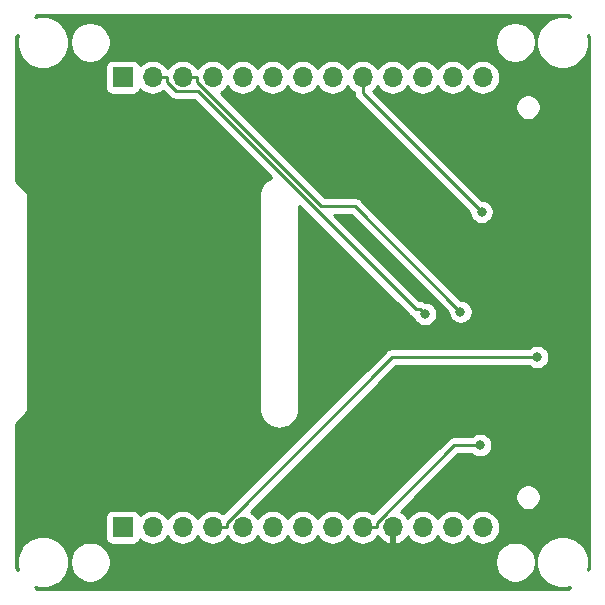
<source format=gbr>
G04 #@! TF.GenerationSoftware,KiCad,Pcbnew,5.1.2-f72e74a~84~ubuntu18.04.1*
G04 #@! TF.CreationDate,2019-07-12T15:11:00+09:00*
G04 #@! TF.ProjectId,bottom_pcb,626f7474-6f6d-45f7-9063-622e6b696361,rev?*
G04 #@! TF.SameCoordinates,Original*
G04 #@! TF.FileFunction,Copper,L1,Top*
G04 #@! TF.FilePolarity,Positive*
%FSLAX46Y46*%
G04 Gerber Fmt 4.6, Leading zero omitted, Abs format (unit mm)*
G04 Created by KiCad (PCBNEW 5.1.2-f72e74a~84~ubuntu18.04.1) date 2019-07-12 15:11:00*
%MOMM*%
%LPD*%
G04 APERTURE LIST*
%ADD10O,1.700000X1.700000*%
%ADD11R,1.700000X1.700000*%
%ADD12C,0.800000*%
%ADD13C,0.250000*%
%ADD14C,0.254000*%
G04 APERTURE END LIST*
D10*
X140230000Y-55950000D03*
X137690000Y-55950000D03*
X135150000Y-55950000D03*
X132610000Y-55950000D03*
X130070000Y-55950000D03*
X127530000Y-55950000D03*
X124990000Y-55950000D03*
X122450000Y-55950000D03*
X119910000Y-55950000D03*
X117370000Y-55950000D03*
X114830000Y-55950000D03*
X112290000Y-55950000D03*
D11*
X109750000Y-55950000D03*
D10*
X140230000Y-94050000D03*
X137690000Y-94050000D03*
X135150000Y-94050000D03*
X132610000Y-94050000D03*
X130070000Y-94050000D03*
X127530000Y-94050000D03*
X124990000Y-94050000D03*
X122450000Y-94050000D03*
X119910000Y-94050000D03*
X117370000Y-94050000D03*
X114830000Y-94050000D03*
X112290000Y-94050000D03*
D11*
X109750000Y-94050000D03*
D12*
X144688800Y-54743200D03*
X105398800Y-55123200D03*
X105448800Y-94733200D03*
X144367000Y-95075000D03*
X128138800Y-74633200D03*
X125498800Y-81643200D03*
X120488800Y-83973200D03*
X135338700Y-76000000D03*
X144829800Y-79641100D03*
X140012800Y-87112800D03*
X138337700Y-75809000D03*
X140131700Y-67358300D03*
D13*
X144688800Y-54743200D02*
X141688800Y-54743200D01*
X141688800Y-54743200D02*
X140218800Y-53273200D01*
X140218800Y-53273200D02*
X139818800Y-52873200D01*
X139818800Y-52873200D02*
X109868800Y-52873200D01*
X109868800Y-52873200D02*
X107618800Y-55123200D01*
X107618800Y-55123200D02*
X105398800Y-55123200D01*
X113465300Y-56317300D02*
X113465300Y-55950000D01*
X112290000Y-55950000D02*
X113465300Y-55950000D01*
X114273001Y-57125001D02*
X113465300Y-56317300D01*
X134562501Y-75600001D02*
X116087501Y-57125001D01*
X116087501Y-57125001D02*
X114273001Y-57125001D01*
X134938701Y-75600001D02*
X134562501Y-75600001D01*
X135338700Y-76000000D02*
X134938701Y-75600001D01*
X118545300Y-94050000D02*
X118545300Y-93682700D01*
X118545300Y-93682700D02*
X132586900Y-79641100D01*
X132586900Y-79641100D02*
X144829800Y-79641100D01*
X117370000Y-94050000D02*
X118545300Y-94050000D01*
X131245300Y-94050000D02*
X131245300Y-93682700D01*
X131245300Y-93682700D02*
X137815200Y-87112800D01*
X137815200Y-87112800D02*
X140012800Y-87112800D01*
X130070000Y-94050000D02*
X131245300Y-94050000D01*
X116005300Y-55950000D02*
X116005300Y-56317400D01*
X116005300Y-56317400D02*
X126540900Y-66853000D01*
X126540900Y-66853000D02*
X129381700Y-66853000D01*
X129381700Y-66853000D02*
X138337700Y-75809000D01*
X114830000Y-55950000D02*
X116005300Y-55950000D01*
X140131700Y-67358300D02*
X130070000Y-57296600D01*
X130070000Y-57296600D02*
X130070000Y-55950000D01*
D14*
G36*
X147645526Y-50849617D02*
G01*
X147220128Y-50765000D01*
X146779872Y-50765000D01*
X146348075Y-50850890D01*
X145941331Y-51019369D01*
X145575271Y-51263962D01*
X145263962Y-51575271D01*
X145019369Y-51941331D01*
X144850890Y-52348075D01*
X144765000Y-52779872D01*
X144765000Y-53220128D01*
X144850890Y-53651925D01*
X145019369Y-54058669D01*
X145263962Y-54424729D01*
X145575271Y-54736038D01*
X145941331Y-54980631D01*
X146348075Y-55149110D01*
X146779872Y-55235000D01*
X147220128Y-55235000D01*
X147651925Y-55149110D01*
X148058669Y-54980631D01*
X148424729Y-54736038D01*
X148736038Y-54424729D01*
X148980631Y-54058669D01*
X149149110Y-53651925D01*
X149235000Y-53220128D01*
X149235000Y-52779872D01*
X149150383Y-52354474D01*
X149265000Y-52469091D01*
X149265001Y-97530908D01*
X149150383Y-97645526D01*
X149235000Y-97220128D01*
X149235000Y-96779872D01*
X149149110Y-96348075D01*
X148980631Y-95941331D01*
X148736038Y-95575271D01*
X148424729Y-95263962D01*
X148058669Y-95019369D01*
X147651925Y-94850890D01*
X147220128Y-94765000D01*
X146779872Y-94765000D01*
X146348075Y-94850890D01*
X145941331Y-95019369D01*
X145575271Y-95263962D01*
X145263962Y-95575271D01*
X145019369Y-95941331D01*
X144850890Y-96348075D01*
X144765000Y-96779872D01*
X144765000Y-97220128D01*
X144850890Y-97651925D01*
X145019369Y-98058669D01*
X145263962Y-98424729D01*
X145575271Y-98736038D01*
X145941331Y-98980631D01*
X146348075Y-99149110D01*
X146779872Y-99235000D01*
X147220128Y-99235000D01*
X147645526Y-99150383D01*
X147505909Y-99290000D01*
X102494091Y-99290000D01*
X102354474Y-99150383D01*
X102779872Y-99235000D01*
X103220128Y-99235000D01*
X103651925Y-99149110D01*
X104058669Y-98980631D01*
X104424729Y-98736038D01*
X104736038Y-98424729D01*
X104980631Y-98058669D01*
X105149110Y-97651925D01*
X105235000Y-97220128D01*
X105235000Y-96829117D01*
X105265000Y-96829117D01*
X105265000Y-97170883D01*
X105331675Y-97506081D01*
X105462463Y-97821831D01*
X105652337Y-98105998D01*
X105894002Y-98347663D01*
X106178169Y-98537537D01*
X106493919Y-98668325D01*
X106829117Y-98735000D01*
X107170883Y-98735000D01*
X107506081Y-98668325D01*
X107821831Y-98537537D01*
X108105998Y-98347663D01*
X108347663Y-98105998D01*
X108537537Y-97821831D01*
X108668325Y-97506081D01*
X108735000Y-97170883D01*
X108735000Y-96829117D01*
X141265000Y-96829117D01*
X141265000Y-97170883D01*
X141331675Y-97506081D01*
X141462463Y-97821831D01*
X141652337Y-98105998D01*
X141894002Y-98347663D01*
X142178169Y-98537537D01*
X142493919Y-98668325D01*
X142829117Y-98735000D01*
X143170883Y-98735000D01*
X143506081Y-98668325D01*
X143821831Y-98537537D01*
X144105998Y-98347663D01*
X144347663Y-98105998D01*
X144537537Y-97821831D01*
X144668325Y-97506081D01*
X144735000Y-97170883D01*
X144735000Y-96829117D01*
X144668325Y-96493919D01*
X144537537Y-96178169D01*
X144347663Y-95894002D01*
X144105998Y-95652337D01*
X143821831Y-95462463D01*
X143506081Y-95331675D01*
X143170883Y-95265000D01*
X142829117Y-95265000D01*
X142493919Y-95331675D01*
X142178169Y-95462463D01*
X141894002Y-95652337D01*
X141652337Y-95894002D01*
X141462463Y-96178169D01*
X141331675Y-96493919D01*
X141265000Y-96829117D01*
X108735000Y-96829117D01*
X108668325Y-96493919D01*
X108537537Y-96178169D01*
X108347663Y-95894002D01*
X108105998Y-95652337D01*
X107821831Y-95462463D01*
X107506081Y-95331675D01*
X107170883Y-95265000D01*
X106829117Y-95265000D01*
X106493919Y-95331675D01*
X106178169Y-95462463D01*
X105894002Y-95652337D01*
X105652337Y-95894002D01*
X105462463Y-96178169D01*
X105331675Y-96493919D01*
X105265000Y-96829117D01*
X105235000Y-96829117D01*
X105235000Y-96779872D01*
X105149110Y-96348075D01*
X104980631Y-95941331D01*
X104736038Y-95575271D01*
X104424729Y-95263962D01*
X104058669Y-95019369D01*
X103651925Y-94850890D01*
X103220128Y-94765000D01*
X102779872Y-94765000D01*
X102348075Y-94850890D01*
X101941331Y-95019369D01*
X101575271Y-95263962D01*
X101263962Y-95575271D01*
X101019369Y-95941331D01*
X100850890Y-96348075D01*
X100765000Y-96779872D01*
X100765000Y-97220128D01*
X100849617Y-97645526D01*
X100710000Y-97505909D01*
X100710000Y-93200000D01*
X108261928Y-93200000D01*
X108261928Y-94900000D01*
X108274188Y-95024482D01*
X108310498Y-95144180D01*
X108369463Y-95254494D01*
X108448815Y-95351185D01*
X108545506Y-95430537D01*
X108655820Y-95489502D01*
X108775518Y-95525812D01*
X108900000Y-95538072D01*
X110600000Y-95538072D01*
X110724482Y-95525812D01*
X110844180Y-95489502D01*
X110954494Y-95430537D01*
X111051185Y-95351185D01*
X111130537Y-95254494D01*
X111189502Y-95144180D01*
X111210393Y-95075313D01*
X111234866Y-95105134D01*
X111460986Y-95290706D01*
X111718966Y-95428599D01*
X111998889Y-95513513D01*
X112217050Y-95535000D01*
X112362950Y-95535000D01*
X112581111Y-95513513D01*
X112861034Y-95428599D01*
X113119014Y-95290706D01*
X113345134Y-95105134D01*
X113530706Y-94879014D01*
X113560000Y-94824209D01*
X113589294Y-94879014D01*
X113774866Y-95105134D01*
X114000986Y-95290706D01*
X114258966Y-95428599D01*
X114538889Y-95513513D01*
X114757050Y-95535000D01*
X114902950Y-95535000D01*
X115121111Y-95513513D01*
X115401034Y-95428599D01*
X115659014Y-95290706D01*
X115885134Y-95105134D01*
X116070706Y-94879014D01*
X116100000Y-94824209D01*
X116129294Y-94879014D01*
X116314866Y-95105134D01*
X116540986Y-95290706D01*
X116798966Y-95428599D01*
X117078889Y-95513513D01*
X117297050Y-95535000D01*
X117442950Y-95535000D01*
X117661111Y-95513513D01*
X117941034Y-95428599D01*
X118199014Y-95290706D01*
X118425134Y-95105134D01*
X118610706Y-94879014D01*
X118640000Y-94824209D01*
X118669294Y-94879014D01*
X118854866Y-95105134D01*
X119080986Y-95290706D01*
X119338966Y-95428599D01*
X119618889Y-95513513D01*
X119837050Y-95535000D01*
X119982950Y-95535000D01*
X120201111Y-95513513D01*
X120481034Y-95428599D01*
X120739014Y-95290706D01*
X120965134Y-95105134D01*
X121150706Y-94879014D01*
X121180000Y-94824209D01*
X121209294Y-94879014D01*
X121394866Y-95105134D01*
X121620986Y-95290706D01*
X121878966Y-95428599D01*
X122158889Y-95513513D01*
X122377050Y-95535000D01*
X122522950Y-95535000D01*
X122741111Y-95513513D01*
X123021034Y-95428599D01*
X123279014Y-95290706D01*
X123505134Y-95105134D01*
X123690706Y-94879014D01*
X123720000Y-94824209D01*
X123749294Y-94879014D01*
X123934866Y-95105134D01*
X124160986Y-95290706D01*
X124418966Y-95428599D01*
X124698889Y-95513513D01*
X124917050Y-95535000D01*
X125062950Y-95535000D01*
X125281111Y-95513513D01*
X125561034Y-95428599D01*
X125819014Y-95290706D01*
X126045134Y-95105134D01*
X126230706Y-94879014D01*
X126260000Y-94824209D01*
X126289294Y-94879014D01*
X126474866Y-95105134D01*
X126700986Y-95290706D01*
X126958966Y-95428599D01*
X127238889Y-95513513D01*
X127457050Y-95535000D01*
X127602950Y-95535000D01*
X127821111Y-95513513D01*
X128101034Y-95428599D01*
X128359014Y-95290706D01*
X128585134Y-95105134D01*
X128770706Y-94879014D01*
X128800000Y-94824209D01*
X128829294Y-94879014D01*
X129014866Y-95105134D01*
X129240986Y-95290706D01*
X129498966Y-95428599D01*
X129778889Y-95513513D01*
X129997050Y-95535000D01*
X130142950Y-95535000D01*
X130361111Y-95513513D01*
X130641034Y-95428599D01*
X130899014Y-95290706D01*
X131125134Y-95105134D01*
X131310706Y-94879014D01*
X131345201Y-94814477D01*
X131414822Y-94931355D01*
X131609731Y-95147588D01*
X131843080Y-95321641D01*
X132105901Y-95446825D01*
X132253110Y-95491476D01*
X132483000Y-95370155D01*
X132483000Y-94177000D01*
X132463000Y-94177000D01*
X132463000Y-93923000D01*
X132483000Y-93923000D01*
X132483000Y-93903000D01*
X132737000Y-93903000D01*
X132737000Y-93923000D01*
X132757000Y-93923000D01*
X132757000Y-94177000D01*
X132737000Y-94177000D01*
X132737000Y-95370155D01*
X132966890Y-95491476D01*
X133114099Y-95446825D01*
X133376920Y-95321641D01*
X133610269Y-95147588D01*
X133805178Y-94931355D01*
X133874799Y-94814477D01*
X133909294Y-94879014D01*
X134094866Y-95105134D01*
X134320986Y-95290706D01*
X134578966Y-95428599D01*
X134858889Y-95513513D01*
X135077050Y-95535000D01*
X135222950Y-95535000D01*
X135441111Y-95513513D01*
X135721034Y-95428599D01*
X135979014Y-95290706D01*
X136205134Y-95105134D01*
X136390706Y-94879014D01*
X136420000Y-94824209D01*
X136449294Y-94879014D01*
X136634866Y-95105134D01*
X136860986Y-95290706D01*
X137118966Y-95428599D01*
X137398889Y-95513513D01*
X137617050Y-95535000D01*
X137762950Y-95535000D01*
X137981111Y-95513513D01*
X138261034Y-95428599D01*
X138519014Y-95290706D01*
X138745134Y-95105134D01*
X138930706Y-94879014D01*
X138960000Y-94824209D01*
X138989294Y-94879014D01*
X139174866Y-95105134D01*
X139400986Y-95290706D01*
X139658966Y-95428599D01*
X139938889Y-95513513D01*
X140157050Y-95535000D01*
X140302950Y-95535000D01*
X140521111Y-95513513D01*
X140801034Y-95428599D01*
X141059014Y-95290706D01*
X141285134Y-95105134D01*
X141470706Y-94879014D01*
X141608599Y-94621034D01*
X141693513Y-94341111D01*
X141722185Y-94050000D01*
X141693513Y-93758889D01*
X141608599Y-93478966D01*
X141470706Y-93220986D01*
X141285134Y-92994866D01*
X141059014Y-92809294D01*
X140801034Y-92671401D01*
X140521111Y-92586487D01*
X140302950Y-92565000D01*
X140157050Y-92565000D01*
X139938889Y-92586487D01*
X139658966Y-92671401D01*
X139400986Y-92809294D01*
X139174866Y-92994866D01*
X138989294Y-93220986D01*
X138960000Y-93275791D01*
X138930706Y-93220986D01*
X138745134Y-92994866D01*
X138519014Y-92809294D01*
X138261034Y-92671401D01*
X137981111Y-92586487D01*
X137762950Y-92565000D01*
X137617050Y-92565000D01*
X137398889Y-92586487D01*
X137118966Y-92671401D01*
X136860986Y-92809294D01*
X136634866Y-92994866D01*
X136449294Y-93220986D01*
X136420000Y-93275791D01*
X136390706Y-93220986D01*
X136205134Y-92994866D01*
X135979014Y-92809294D01*
X135721034Y-92671401D01*
X135441111Y-92586487D01*
X135222950Y-92565000D01*
X135077050Y-92565000D01*
X134858889Y-92586487D01*
X134578966Y-92671401D01*
X134320986Y-92809294D01*
X134094866Y-92994866D01*
X133909294Y-93220986D01*
X133874799Y-93285523D01*
X133805178Y-93168645D01*
X133610269Y-92952412D01*
X133376920Y-92778359D01*
X133273637Y-92729164D01*
X134599664Y-91403137D01*
X142989000Y-91403137D01*
X142989000Y-91616863D01*
X143030696Y-91826483D01*
X143112485Y-92023940D01*
X143231225Y-92201647D01*
X143382353Y-92352775D01*
X143560060Y-92471515D01*
X143757517Y-92553304D01*
X143967137Y-92595000D01*
X144180863Y-92595000D01*
X144390483Y-92553304D01*
X144587940Y-92471515D01*
X144765647Y-92352775D01*
X144916775Y-92201647D01*
X145035515Y-92023940D01*
X145117304Y-91826483D01*
X145159000Y-91616863D01*
X145159000Y-91403137D01*
X145117304Y-91193517D01*
X145035515Y-90996060D01*
X144916775Y-90818353D01*
X144765647Y-90667225D01*
X144587940Y-90548485D01*
X144390483Y-90466696D01*
X144180863Y-90425000D01*
X143967137Y-90425000D01*
X143757517Y-90466696D01*
X143560060Y-90548485D01*
X143382353Y-90667225D01*
X143231225Y-90818353D01*
X143112485Y-90996060D01*
X143030696Y-91193517D01*
X142989000Y-91403137D01*
X134599664Y-91403137D01*
X138130002Y-87872800D01*
X139309089Y-87872800D01*
X139353026Y-87916737D01*
X139522544Y-88030005D01*
X139710902Y-88108026D01*
X139910861Y-88147800D01*
X140114739Y-88147800D01*
X140314698Y-88108026D01*
X140503056Y-88030005D01*
X140672574Y-87916737D01*
X140816737Y-87772574D01*
X140930005Y-87603056D01*
X141008026Y-87414698D01*
X141047800Y-87214739D01*
X141047800Y-87010861D01*
X141008026Y-86810902D01*
X140930005Y-86622544D01*
X140816737Y-86453026D01*
X140672574Y-86308863D01*
X140503056Y-86195595D01*
X140314698Y-86117574D01*
X140114739Y-86077800D01*
X139910861Y-86077800D01*
X139710902Y-86117574D01*
X139522544Y-86195595D01*
X139353026Y-86308863D01*
X139309089Y-86352800D01*
X137852525Y-86352800D01*
X137815200Y-86349124D01*
X137777875Y-86352800D01*
X137777867Y-86352800D01*
X137666214Y-86363797D01*
X137522953Y-86407254D01*
X137390924Y-86477826D01*
X137275199Y-86572799D01*
X137251401Y-86601797D01*
X130978595Y-92874604D01*
X130899014Y-92809294D01*
X130641034Y-92671401D01*
X130361111Y-92586487D01*
X130142950Y-92565000D01*
X129997050Y-92565000D01*
X129778889Y-92586487D01*
X129498966Y-92671401D01*
X129240986Y-92809294D01*
X129014866Y-92994866D01*
X128829294Y-93220986D01*
X128800000Y-93275791D01*
X128770706Y-93220986D01*
X128585134Y-92994866D01*
X128359014Y-92809294D01*
X128101034Y-92671401D01*
X127821111Y-92586487D01*
X127602950Y-92565000D01*
X127457050Y-92565000D01*
X127238889Y-92586487D01*
X126958966Y-92671401D01*
X126700986Y-92809294D01*
X126474866Y-92994866D01*
X126289294Y-93220986D01*
X126260000Y-93275791D01*
X126230706Y-93220986D01*
X126045134Y-92994866D01*
X125819014Y-92809294D01*
X125561034Y-92671401D01*
X125281111Y-92586487D01*
X125062950Y-92565000D01*
X124917050Y-92565000D01*
X124698889Y-92586487D01*
X124418966Y-92671401D01*
X124160986Y-92809294D01*
X123934866Y-92994866D01*
X123749294Y-93220986D01*
X123720000Y-93275791D01*
X123690706Y-93220986D01*
X123505134Y-92994866D01*
X123279014Y-92809294D01*
X123021034Y-92671401D01*
X122741111Y-92586487D01*
X122522950Y-92565000D01*
X122377050Y-92565000D01*
X122158889Y-92586487D01*
X121878966Y-92671401D01*
X121620986Y-92809294D01*
X121394866Y-92994866D01*
X121209294Y-93220986D01*
X121180000Y-93275791D01*
X121150706Y-93220986D01*
X120965134Y-92994866D01*
X120739014Y-92809294D01*
X120579024Y-92723777D01*
X132901702Y-80401100D01*
X144126089Y-80401100D01*
X144170026Y-80445037D01*
X144339544Y-80558305D01*
X144527902Y-80636326D01*
X144727861Y-80676100D01*
X144931739Y-80676100D01*
X145131698Y-80636326D01*
X145320056Y-80558305D01*
X145489574Y-80445037D01*
X145633737Y-80300874D01*
X145747005Y-80131356D01*
X145825026Y-79942998D01*
X145864800Y-79743039D01*
X145864800Y-79539161D01*
X145825026Y-79339202D01*
X145747005Y-79150844D01*
X145633737Y-78981326D01*
X145489574Y-78837163D01*
X145320056Y-78723895D01*
X145131698Y-78645874D01*
X144931739Y-78606100D01*
X144727861Y-78606100D01*
X144527902Y-78645874D01*
X144339544Y-78723895D01*
X144170026Y-78837163D01*
X144126089Y-78881100D01*
X132624222Y-78881100D01*
X132586899Y-78877424D01*
X132549576Y-78881100D01*
X132549567Y-78881100D01*
X132437914Y-78892097D01*
X132294653Y-78935554D01*
X132162623Y-79006126D01*
X132078983Y-79074768D01*
X132046899Y-79101099D01*
X132023101Y-79130097D01*
X118278595Y-92874604D01*
X118199014Y-92809294D01*
X117941034Y-92671401D01*
X117661111Y-92586487D01*
X117442950Y-92565000D01*
X117297050Y-92565000D01*
X117078889Y-92586487D01*
X116798966Y-92671401D01*
X116540986Y-92809294D01*
X116314866Y-92994866D01*
X116129294Y-93220986D01*
X116100000Y-93275791D01*
X116070706Y-93220986D01*
X115885134Y-92994866D01*
X115659014Y-92809294D01*
X115401034Y-92671401D01*
X115121111Y-92586487D01*
X114902950Y-92565000D01*
X114757050Y-92565000D01*
X114538889Y-92586487D01*
X114258966Y-92671401D01*
X114000986Y-92809294D01*
X113774866Y-92994866D01*
X113589294Y-93220986D01*
X113560000Y-93275791D01*
X113530706Y-93220986D01*
X113345134Y-92994866D01*
X113119014Y-92809294D01*
X112861034Y-92671401D01*
X112581111Y-92586487D01*
X112362950Y-92565000D01*
X112217050Y-92565000D01*
X111998889Y-92586487D01*
X111718966Y-92671401D01*
X111460986Y-92809294D01*
X111234866Y-92994866D01*
X111210393Y-93024687D01*
X111189502Y-92955820D01*
X111130537Y-92845506D01*
X111051185Y-92748815D01*
X110954494Y-92669463D01*
X110844180Y-92610498D01*
X110724482Y-92574188D01*
X110600000Y-92561928D01*
X108900000Y-92561928D01*
X108775518Y-92574188D01*
X108655820Y-92610498D01*
X108545506Y-92669463D01*
X108448815Y-92748815D01*
X108369463Y-92845506D01*
X108310498Y-92955820D01*
X108274188Y-93075518D01*
X108261928Y-93200000D01*
X100710000Y-93200000D01*
X100710000Y-85294091D01*
X101477379Y-84526712D01*
X101504475Y-84504475D01*
X101593200Y-84396363D01*
X101659128Y-84273020D01*
X101662011Y-84263517D01*
X101699727Y-84139185D01*
X101713435Y-84000000D01*
X101710000Y-83965123D01*
X101710000Y-66034877D01*
X101713435Y-66000000D01*
X101699727Y-65860815D01*
X101659128Y-65726980D01*
X101643299Y-65697366D01*
X101593200Y-65603637D01*
X101504474Y-65495525D01*
X101477383Y-65473292D01*
X100710000Y-64705909D01*
X100710000Y-52494091D01*
X100849617Y-52354474D01*
X100765000Y-52779872D01*
X100765000Y-53220128D01*
X100850890Y-53651925D01*
X101019369Y-54058669D01*
X101263962Y-54424729D01*
X101575271Y-54736038D01*
X101941331Y-54980631D01*
X102348075Y-55149110D01*
X102779872Y-55235000D01*
X103220128Y-55235000D01*
X103651925Y-55149110D01*
X103770486Y-55100000D01*
X108261928Y-55100000D01*
X108261928Y-56800000D01*
X108274188Y-56924482D01*
X108310498Y-57044180D01*
X108369463Y-57154494D01*
X108448815Y-57251185D01*
X108545506Y-57330537D01*
X108655820Y-57389502D01*
X108775518Y-57425812D01*
X108900000Y-57438072D01*
X110600000Y-57438072D01*
X110724482Y-57425812D01*
X110844180Y-57389502D01*
X110954494Y-57330537D01*
X111051185Y-57251185D01*
X111130537Y-57154494D01*
X111189502Y-57044180D01*
X111210393Y-56975313D01*
X111234866Y-57005134D01*
X111460986Y-57190706D01*
X111718966Y-57328599D01*
X111998889Y-57413513D01*
X112217050Y-57435000D01*
X112362950Y-57435000D01*
X112581111Y-57413513D01*
X112861034Y-57328599D01*
X113119014Y-57190706D01*
X113198595Y-57125396D01*
X113709202Y-57636003D01*
X113733000Y-57665002D01*
X113848725Y-57759975D01*
X113980754Y-57830547D01*
X114124015Y-57874004D01*
X114235668Y-57885001D01*
X114235676Y-57885001D01*
X114273001Y-57888677D01*
X114310326Y-57885001D01*
X115772700Y-57885001D01*
X122321355Y-64433656D01*
X122283545Y-64448932D01*
X122274792Y-64453586D01*
X122103115Y-64546411D01*
X122049787Y-64582381D01*
X121995917Y-64617633D01*
X121988235Y-64623899D01*
X121837857Y-64748302D01*
X121792520Y-64793957D01*
X121746537Y-64838987D01*
X121740218Y-64846625D01*
X121616868Y-64997867D01*
X121581266Y-65051454D01*
X121544901Y-65104563D01*
X121540186Y-65113284D01*
X121448561Y-65285606D01*
X121424049Y-65345076D01*
X121398688Y-65404248D01*
X121395757Y-65413718D01*
X121339348Y-65600554D01*
X121326848Y-65663684D01*
X121313470Y-65726623D01*
X121312434Y-65736482D01*
X121293417Y-65930434D01*
X121290000Y-65965124D01*
X121290001Y-84034877D01*
X121293485Y-84070252D01*
X121293485Y-84083246D01*
X121294522Y-84093105D01*
X121316277Y-84287055D01*
X121329653Y-84349984D01*
X121342156Y-84413127D01*
X121345087Y-84422597D01*
X121404101Y-84608627D01*
X121429416Y-84667690D01*
X121453972Y-84727268D01*
X121458688Y-84735988D01*
X121552710Y-84907013D01*
X121589060Y-84960100D01*
X121624676Y-85013707D01*
X121630995Y-85021345D01*
X121756445Y-85170851D01*
X121802392Y-85215846D01*
X121847767Y-85261539D01*
X121855449Y-85267804D01*
X122007549Y-85390095D01*
X122061385Y-85425324D01*
X122114742Y-85461314D01*
X122123495Y-85465967D01*
X122123498Y-85465969D01*
X122123502Y-85465970D01*
X122296450Y-85556387D01*
X122356081Y-85580480D01*
X122415442Y-85605433D01*
X122424933Y-85608298D01*
X122612158Y-85663400D01*
X122675323Y-85675449D01*
X122738401Y-85688398D01*
X122748267Y-85689365D01*
X122942629Y-85707054D01*
X123006981Y-85706605D01*
X123071332Y-85707054D01*
X123081187Y-85706087D01*
X123081193Y-85706087D01*
X123081198Y-85706086D01*
X123275295Y-85685685D01*
X123338310Y-85672750D01*
X123401540Y-85660688D01*
X123411030Y-85657823D01*
X123597468Y-85600111D01*
X123656797Y-85575171D01*
X123716455Y-85551068D01*
X123725208Y-85546414D01*
X123896885Y-85453589D01*
X123950198Y-85417629D01*
X124004083Y-85382367D01*
X124011765Y-85376102D01*
X124162143Y-85251698D01*
X124207480Y-85206043D01*
X124253463Y-85161013D01*
X124259782Y-85153375D01*
X124383132Y-85002133D01*
X124418757Y-84948513D01*
X124455099Y-84895436D01*
X124459814Y-84886716D01*
X124551439Y-84714394D01*
X124575951Y-84654924D01*
X124601312Y-84595752D01*
X124604243Y-84586282D01*
X124660652Y-84399446D01*
X124673152Y-84336316D01*
X124686530Y-84273377D01*
X124687566Y-84263519D01*
X124706611Y-84069285D01*
X124710000Y-84034877D01*
X124710000Y-66822301D01*
X133998701Y-76111003D01*
X134022500Y-76140002D01*
X134051498Y-76163800D01*
X134138225Y-76234975D01*
X134270254Y-76305547D01*
X134355725Y-76331474D01*
X134421495Y-76490256D01*
X134534763Y-76659774D01*
X134678926Y-76803937D01*
X134848444Y-76917205D01*
X135036802Y-76995226D01*
X135236761Y-77035000D01*
X135440639Y-77035000D01*
X135640598Y-76995226D01*
X135828956Y-76917205D01*
X135998474Y-76803937D01*
X136142637Y-76659774D01*
X136255905Y-76490256D01*
X136333926Y-76301898D01*
X136373700Y-76101939D01*
X136373700Y-75898061D01*
X136333926Y-75698102D01*
X136255905Y-75509744D01*
X136142637Y-75340226D01*
X135998474Y-75196063D01*
X135828956Y-75082795D01*
X135640598Y-75004774D01*
X135440639Y-74965000D01*
X135362926Y-74965000D01*
X135230948Y-74894455D01*
X135087687Y-74850998D01*
X134976034Y-74840001D01*
X134976023Y-74840001D01*
X134938701Y-74836325D01*
X134901379Y-74840001D01*
X134877303Y-74840001D01*
X127650302Y-67613000D01*
X129066899Y-67613000D01*
X137302700Y-75848802D01*
X137302700Y-75910939D01*
X137342474Y-76110898D01*
X137420495Y-76299256D01*
X137533763Y-76468774D01*
X137677926Y-76612937D01*
X137847444Y-76726205D01*
X138035802Y-76804226D01*
X138235761Y-76844000D01*
X138439639Y-76844000D01*
X138639598Y-76804226D01*
X138827956Y-76726205D01*
X138997474Y-76612937D01*
X139141637Y-76468774D01*
X139254905Y-76299256D01*
X139332926Y-76110898D01*
X139372700Y-75910939D01*
X139372700Y-75707061D01*
X139332926Y-75507102D01*
X139254905Y-75318744D01*
X139141637Y-75149226D01*
X138997474Y-75005063D01*
X138827956Y-74891795D01*
X138639598Y-74813774D01*
X138439639Y-74774000D01*
X138377502Y-74774000D01*
X129945504Y-66342003D01*
X129921701Y-66312999D01*
X129805976Y-66218026D01*
X129673947Y-66147454D01*
X129530686Y-66103997D01*
X129419033Y-66093000D01*
X129419022Y-66093000D01*
X129381700Y-66089324D01*
X129344378Y-66093000D01*
X126855703Y-66093000D01*
X118038959Y-57276257D01*
X118199014Y-57190706D01*
X118425134Y-57005134D01*
X118610706Y-56779014D01*
X118640000Y-56724209D01*
X118669294Y-56779014D01*
X118854866Y-57005134D01*
X119080986Y-57190706D01*
X119338966Y-57328599D01*
X119618889Y-57413513D01*
X119837050Y-57435000D01*
X119982950Y-57435000D01*
X120201111Y-57413513D01*
X120481034Y-57328599D01*
X120739014Y-57190706D01*
X120965134Y-57005134D01*
X121150706Y-56779014D01*
X121180000Y-56724209D01*
X121209294Y-56779014D01*
X121394866Y-57005134D01*
X121620986Y-57190706D01*
X121878966Y-57328599D01*
X122158889Y-57413513D01*
X122377050Y-57435000D01*
X122522950Y-57435000D01*
X122741111Y-57413513D01*
X123021034Y-57328599D01*
X123279014Y-57190706D01*
X123505134Y-57005134D01*
X123690706Y-56779014D01*
X123720000Y-56724209D01*
X123749294Y-56779014D01*
X123934866Y-57005134D01*
X124160986Y-57190706D01*
X124418966Y-57328599D01*
X124698889Y-57413513D01*
X124917050Y-57435000D01*
X125062950Y-57435000D01*
X125281111Y-57413513D01*
X125561034Y-57328599D01*
X125819014Y-57190706D01*
X126045134Y-57005134D01*
X126230706Y-56779014D01*
X126260000Y-56724209D01*
X126289294Y-56779014D01*
X126474866Y-57005134D01*
X126700986Y-57190706D01*
X126958966Y-57328599D01*
X127238889Y-57413513D01*
X127457050Y-57435000D01*
X127602950Y-57435000D01*
X127821111Y-57413513D01*
X128101034Y-57328599D01*
X128359014Y-57190706D01*
X128585134Y-57005134D01*
X128770706Y-56779014D01*
X128800000Y-56724209D01*
X128829294Y-56779014D01*
X129014866Y-57005134D01*
X129240986Y-57190706D01*
X129310000Y-57227595D01*
X129310000Y-57259277D01*
X129306324Y-57296600D01*
X129310000Y-57333922D01*
X129310000Y-57333932D01*
X129320997Y-57445585D01*
X129346144Y-57528485D01*
X129364454Y-57588846D01*
X129435026Y-57720876D01*
X129467114Y-57759975D01*
X129529999Y-57836601D01*
X129559003Y-57860404D01*
X139096700Y-67398102D01*
X139096700Y-67460239D01*
X139136474Y-67660198D01*
X139214495Y-67848556D01*
X139327763Y-68018074D01*
X139471926Y-68162237D01*
X139641444Y-68275505D01*
X139829802Y-68353526D01*
X140029761Y-68393300D01*
X140233639Y-68393300D01*
X140433598Y-68353526D01*
X140621956Y-68275505D01*
X140791474Y-68162237D01*
X140935637Y-68018074D01*
X141048905Y-67848556D01*
X141126926Y-67660198D01*
X141166700Y-67460239D01*
X141166700Y-67256361D01*
X141126926Y-67056402D01*
X141048905Y-66868044D01*
X140935637Y-66698526D01*
X140791474Y-66554363D01*
X140621956Y-66441095D01*
X140433598Y-66363074D01*
X140233639Y-66323300D01*
X140171502Y-66323300D01*
X132231339Y-58383137D01*
X142989000Y-58383137D01*
X142989000Y-58596863D01*
X143030696Y-58806483D01*
X143112485Y-59003940D01*
X143231225Y-59181647D01*
X143382353Y-59332775D01*
X143560060Y-59451515D01*
X143757517Y-59533304D01*
X143967137Y-59575000D01*
X144180863Y-59575000D01*
X144390483Y-59533304D01*
X144587940Y-59451515D01*
X144765647Y-59332775D01*
X144916775Y-59181647D01*
X145035515Y-59003940D01*
X145117304Y-58806483D01*
X145159000Y-58596863D01*
X145159000Y-58383137D01*
X145117304Y-58173517D01*
X145035515Y-57976060D01*
X144916775Y-57798353D01*
X144765647Y-57647225D01*
X144587940Y-57528485D01*
X144390483Y-57446696D01*
X144180863Y-57405000D01*
X143967137Y-57405000D01*
X143757517Y-57446696D01*
X143560060Y-57528485D01*
X143382353Y-57647225D01*
X143231225Y-57798353D01*
X143112485Y-57976060D01*
X143030696Y-58173517D01*
X142989000Y-58383137D01*
X132231339Y-58383137D01*
X130975850Y-57127649D01*
X131125134Y-57005134D01*
X131310706Y-56779014D01*
X131340000Y-56724209D01*
X131369294Y-56779014D01*
X131554866Y-57005134D01*
X131780986Y-57190706D01*
X132038966Y-57328599D01*
X132318889Y-57413513D01*
X132537050Y-57435000D01*
X132682950Y-57435000D01*
X132901111Y-57413513D01*
X133181034Y-57328599D01*
X133439014Y-57190706D01*
X133665134Y-57005134D01*
X133850706Y-56779014D01*
X133880000Y-56724209D01*
X133909294Y-56779014D01*
X134094866Y-57005134D01*
X134320986Y-57190706D01*
X134578966Y-57328599D01*
X134858889Y-57413513D01*
X135077050Y-57435000D01*
X135222950Y-57435000D01*
X135441111Y-57413513D01*
X135721034Y-57328599D01*
X135979014Y-57190706D01*
X136205134Y-57005134D01*
X136390706Y-56779014D01*
X136420000Y-56724209D01*
X136449294Y-56779014D01*
X136634866Y-57005134D01*
X136860986Y-57190706D01*
X137118966Y-57328599D01*
X137398889Y-57413513D01*
X137617050Y-57435000D01*
X137762950Y-57435000D01*
X137981111Y-57413513D01*
X138261034Y-57328599D01*
X138519014Y-57190706D01*
X138745134Y-57005134D01*
X138930706Y-56779014D01*
X138960000Y-56724209D01*
X138989294Y-56779014D01*
X139174866Y-57005134D01*
X139400986Y-57190706D01*
X139658966Y-57328599D01*
X139938889Y-57413513D01*
X140157050Y-57435000D01*
X140302950Y-57435000D01*
X140521111Y-57413513D01*
X140801034Y-57328599D01*
X141059014Y-57190706D01*
X141285134Y-57005134D01*
X141470706Y-56779014D01*
X141608599Y-56521034D01*
X141693513Y-56241111D01*
X141722185Y-55950000D01*
X141693513Y-55658889D01*
X141608599Y-55378966D01*
X141470706Y-55120986D01*
X141285134Y-54894866D01*
X141059014Y-54709294D01*
X140801034Y-54571401D01*
X140521111Y-54486487D01*
X140302950Y-54465000D01*
X140157050Y-54465000D01*
X139938889Y-54486487D01*
X139658966Y-54571401D01*
X139400986Y-54709294D01*
X139174866Y-54894866D01*
X138989294Y-55120986D01*
X138960000Y-55175791D01*
X138930706Y-55120986D01*
X138745134Y-54894866D01*
X138519014Y-54709294D01*
X138261034Y-54571401D01*
X137981111Y-54486487D01*
X137762950Y-54465000D01*
X137617050Y-54465000D01*
X137398889Y-54486487D01*
X137118966Y-54571401D01*
X136860986Y-54709294D01*
X136634866Y-54894866D01*
X136449294Y-55120986D01*
X136420000Y-55175791D01*
X136390706Y-55120986D01*
X136205134Y-54894866D01*
X135979014Y-54709294D01*
X135721034Y-54571401D01*
X135441111Y-54486487D01*
X135222950Y-54465000D01*
X135077050Y-54465000D01*
X134858889Y-54486487D01*
X134578966Y-54571401D01*
X134320986Y-54709294D01*
X134094866Y-54894866D01*
X133909294Y-55120986D01*
X133880000Y-55175791D01*
X133850706Y-55120986D01*
X133665134Y-54894866D01*
X133439014Y-54709294D01*
X133181034Y-54571401D01*
X132901111Y-54486487D01*
X132682950Y-54465000D01*
X132537050Y-54465000D01*
X132318889Y-54486487D01*
X132038966Y-54571401D01*
X131780986Y-54709294D01*
X131554866Y-54894866D01*
X131369294Y-55120986D01*
X131340000Y-55175791D01*
X131310706Y-55120986D01*
X131125134Y-54894866D01*
X130899014Y-54709294D01*
X130641034Y-54571401D01*
X130361111Y-54486487D01*
X130142950Y-54465000D01*
X129997050Y-54465000D01*
X129778889Y-54486487D01*
X129498966Y-54571401D01*
X129240986Y-54709294D01*
X129014866Y-54894866D01*
X128829294Y-55120986D01*
X128800000Y-55175791D01*
X128770706Y-55120986D01*
X128585134Y-54894866D01*
X128359014Y-54709294D01*
X128101034Y-54571401D01*
X127821111Y-54486487D01*
X127602950Y-54465000D01*
X127457050Y-54465000D01*
X127238889Y-54486487D01*
X126958966Y-54571401D01*
X126700986Y-54709294D01*
X126474866Y-54894866D01*
X126289294Y-55120986D01*
X126260000Y-55175791D01*
X126230706Y-55120986D01*
X126045134Y-54894866D01*
X125819014Y-54709294D01*
X125561034Y-54571401D01*
X125281111Y-54486487D01*
X125062950Y-54465000D01*
X124917050Y-54465000D01*
X124698889Y-54486487D01*
X124418966Y-54571401D01*
X124160986Y-54709294D01*
X123934866Y-54894866D01*
X123749294Y-55120986D01*
X123720000Y-55175791D01*
X123690706Y-55120986D01*
X123505134Y-54894866D01*
X123279014Y-54709294D01*
X123021034Y-54571401D01*
X122741111Y-54486487D01*
X122522950Y-54465000D01*
X122377050Y-54465000D01*
X122158889Y-54486487D01*
X121878966Y-54571401D01*
X121620986Y-54709294D01*
X121394866Y-54894866D01*
X121209294Y-55120986D01*
X121180000Y-55175791D01*
X121150706Y-55120986D01*
X120965134Y-54894866D01*
X120739014Y-54709294D01*
X120481034Y-54571401D01*
X120201111Y-54486487D01*
X119982950Y-54465000D01*
X119837050Y-54465000D01*
X119618889Y-54486487D01*
X119338966Y-54571401D01*
X119080986Y-54709294D01*
X118854866Y-54894866D01*
X118669294Y-55120986D01*
X118640000Y-55175791D01*
X118610706Y-55120986D01*
X118425134Y-54894866D01*
X118199014Y-54709294D01*
X117941034Y-54571401D01*
X117661111Y-54486487D01*
X117442950Y-54465000D01*
X117297050Y-54465000D01*
X117078889Y-54486487D01*
X116798966Y-54571401D01*
X116540986Y-54709294D01*
X116314866Y-54894866D01*
X116129294Y-55120986D01*
X116100000Y-55175791D01*
X116070706Y-55120986D01*
X115885134Y-54894866D01*
X115659014Y-54709294D01*
X115401034Y-54571401D01*
X115121111Y-54486487D01*
X114902950Y-54465000D01*
X114757050Y-54465000D01*
X114538889Y-54486487D01*
X114258966Y-54571401D01*
X114000986Y-54709294D01*
X113774866Y-54894866D01*
X113589294Y-55120986D01*
X113560000Y-55175791D01*
X113530706Y-55120986D01*
X113345134Y-54894866D01*
X113119014Y-54709294D01*
X112861034Y-54571401D01*
X112581111Y-54486487D01*
X112362950Y-54465000D01*
X112217050Y-54465000D01*
X111998889Y-54486487D01*
X111718966Y-54571401D01*
X111460986Y-54709294D01*
X111234866Y-54894866D01*
X111210393Y-54924687D01*
X111189502Y-54855820D01*
X111130537Y-54745506D01*
X111051185Y-54648815D01*
X110954494Y-54569463D01*
X110844180Y-54510498D01*
X110724482Y-54474188D01*
X110600000Y-54461928D01*
X108900000Y-54461928D01*
X108775518Y-54474188D01*
X108655820Y-54510498D01*
X108545506Y-54569463D01*
X108448815Y-54648815D01*
X108369463Y-54745506D01*
X108310498Y-54855820D01*
X108274188Y-54975518D01*
X108261928Y-55100000D01*
X103770486Y-55100000D01*
X104058669Y-54980631D01*
X104424729Y-54736038D01*
X104736038Y-54424729D01*
X104980631Y-54058669D01*
X105149110Y-53651925D01*
X105235000Y-53220128D01*
X105235000Y-52829117D01*
X105265000Y-52829117D01*
X105265000Y-53170883D01*
X105331675Y-53506081D01*
X105462463Y-53821831D01*
X105652337Y-54105998D01*
X105894002Y-54347663D01*
X106178169Y-54537537D01*
X106493919Y-54668325D01*
X106829117Y-54735000D01*
X107170883Y-54735000D01*
X107506081Y-54668325D01*
X107821831Y-54537537D01*
X108105998Y-54347663D01*
X108347663Y-54105998D01*
X108537537Y-53821831D01*
X108668325Y-53506081D01*
X108735000Y-53170883D01*
X108735000Y-52829117D01*
X141265000Y-52829117D01*
X141265000Y-53170883D01*
X141331675Y-53506081D01*
X141462463Y-53821831D01*
X141652337Y-54105998D01*
X141894002Y-54347663D01*
X142178169Y-54537537D01*
X142493919Y-54668325D01*
X142829117Y-54735000D01*
X143170883Y-54735000D01*
X143506081Y-54668325D01*
X143821831Y-54537537D01*
X144105998Y-54347663D01*
X144347663Y-54105998D01*
X144537537Y-53821831D01*
X144668325Y-53506081D01*
X144735000Y-53170883D01*
X144735000Y-52829117D01*
X144668325Y-52493919D01*
X144537537Y-52178169D01*
X144347663Y-51894002D01*
X144105998Y-51652337D01*
X143821831Y-51462463D01*
X143506081Y-51331675D01*
X143170883Y-51265000D01*
X142829117Y-51265000D01*
X142493919Y-51331675D01*
X142178169Y-51462463D01*
X141894002Y-51652337D01*
X141652337Y-51894002D01*
X141462463Y-52178169D01*
X141331675Y-52493919D01*
X141265000Y-52829117D01*
X108735000Y-52829117D01*
X108668325Y-52493919D01*
X108537537Y-52178169D01*
X108347663Y-51894002D01*
X108105998Y-51652337D01*
X107821831Y-51462463D01*
X107506081Y-51331675D01*
X107170883Y-51265000D01*
X106829117Y-51265000D01*
X106493919Y-51331675D01*
X106178169Y-51462463D01*
X105894002Y-51652337D01*
X105652337Y-51894002D01*
X105462463Y-52178169D01*
X105331675Y-52493919D01*
X105265000Y-52829117D01*
X105235000Y-52829117D01*
X105235000Y-52779872D01*
X105149110Y-52348075D01*
X104980631Y-51941331D01*
X104736038Y-51575271D01*
X104424729Y-51263962D01*
X104058669Y-51019369D01*
X103651925Y-50850890D01*
X103220128Y-50765000D01*
X102779872Y-50765000D01*
X102354474Y-50849617D01*
X102494091Y-50710000D01*
X147505909Y-50710000D01*
X147645526Y-50849617D01*
X147645526Y-50849617D01*
G37*
X147645526Y-50849617D02*
X147220128Y-50765000D01*
X146779872Y-50765000D01*
X146348075Y-50850890D01*
X145941331Y-51019369D01*
X145575271Y-51263962D01*
X145263962Y-51575271D01*
X145019369Y-51941331D01*
X144850890Y-52348075D01*
X144765000Y-52779872D01*
X144765000Y-53220128D01*
X144850890Y-53651925D01*
X145019369Y-54058669D01*
X145263962Y-54424729D01*
X145575271Y-54736038D01*
X145941331Y-54980631D01*
X146348075Y-55149110D01*
X146779872Y-55235000D01*
X147220128Y-55235000D01*
X147651925Y-55149110D01*
X148058669Y-54980631D01*
X148424729Y-54736038D01*
X148736038Y-54424729D01*
X148980631Y-54058669D01*
X149149110Y-53651925D01*
X149235000Y-53220128D01*
X149235000Y-52779872D01*
X149150383Y-52354474D01*
X149265000Y-52469091D01*
X149265001Y-97530908D01*
X149150383Y-97645526D01*
X149235000Y-97220128D01*
X149235000Y-96779872D01*
X149149110Y-96348075D01*
X148980631Y-95941331D01*
X148736038Y-95575271D01*
X148424729Y-95263962D01*
X148058669Y-95019369D01*
X147651925Y-94850890D01*
X147220128Y-94765000D01*
X146779872Y-94765000D01*
X146348075Y-94850890D01*
X145941331Y-95019369D01*
X145575271Y-95263962D01*
X145263962Y-95575271D01*
X145019369Y-95941331D01*
X144850890Y-96348075D01*
X144765000Y-96779872D01*
X144765000Y-97220128D01*
X144850890Y-97651925D01*
X145019369Y-98058669D01*
X145263962Y-98424729D01*
X145575271Y-98736038D01*
X145941331Y-98980631D01*
X146348075Y-99149110D01*
X146779872Y-99235000D01*
X147220128Y-99235000D01*
X147645526Y-99150383D01*
X147505909Y-99290000D01*
X102494091Y-99290000D01*
X102354474Y-99150383D01*
X102779872Y-99235000D01*
X103220128Y-99235000D01*
X103651925Y-99149110D01*
X104058669Y-98980631D01*
X104424729Y-98736038D01*
X104736038Y-98424729D01*
X104980631Y-98058669D01*
X105149110Y-97651925D01*
X105235000Y-97220128D01*
X105235000Y-96829117D01*
X105265000Y-96829117D01*
X105265000Y-97170883D01*
X105331675Y-97506081D01*
X105462463Y-97821831D01*
X105652337Y-98105998D01*
X105894002Y-98347663D01*
X106178169Y-98537537D01*
X106493919Y-98668325D01*
X106829117Y-98735000D01*
X107170883Y-98735000D01*
X107506081Y-98668325D01*
X107821831Y-98537537D01*
X108105998Y-98347663D01*
X108347663Y-98105998D01*
X108537537Y-97821831D01*
X108668325Y-97506081D01*
X108735000Y-97170883D01*
X108735000Y-96829117D01*
X141265000Y-96829117D01*
X141265000Y-97170883D01*
X141331675Y-97506081D01*
X141462463Y-97821831D01*
X141652337Y-98105998D01*
X141894002Y-98347663D01*
X142178169Y-98537537D01*
X142493919Y-98668325D01*
X142829117Y-98735000D01*
X143170883Y-98735000D01*
X143506081Y-98668325D01*
X143821831Y-98537537D01*
X144105998Y-98347663D01*
X144347663Y-98105998D01*
X144537537Y-97821831D01*
X144668325Y-97506081D01*
X144735000Y-97170883D01*
X144735000Y-96829117D01*
X144668325Y-96493919D01*
X144537537Y-96178169D01*
X144347663Y-95894002D01*
X144105998Y-95652337D01*
X143821831Y-95462463D01*
X143506081Y-95331675D01*
X143170883Y-95265000D01*
X142829117Y-95265000D01*
X142493919Y-95331675D01*
X142178169Y-95462463D01*
X141894002Y-95652337D01*
X141652337Y-95894002D01*
X141462463Y-96178169D01*
X141331675Y-96493919D01*
X141265000Y-96829117D01*
X108735000Y-96829117D01*
X108668325Y-96493919D01*
X108537537Y-96178169D01*
X108347663Y-95894002D01*
X108105998Y-95652337D01*
X107821831Y-95462463D01*
X107506081Y-95331675D01*
X107170883Y-95265000D01*
X106829117Y-95265000D01*
X106493919Y-95331675D01*
X106178169Y-95462463D01*
X105894002Y-95652337D01*
X105652337Y-95894002D01*
X105462463Y-96178169D01*
X105331675Y-96493919D01*
X105265000Y-96829117D01*
X105235000Y-96829117D01*
X105235000Y-96779872D01*
X105149110Y-96348075D01*
X104980631Y-95941331D01*
X104736038Y-95575271D01*
X104424729Y-95263962D01*
X104058669Y-95019369D01*
X103651925Y-94850890D01*
X103220128Y-94765000D01*
X102779872Y-94765000D01*
X102348075Y-94850890D01*
X101941331Y-95019369D01*
X101575271Y-95263962D01*
X101263962Y-95575271D01*
X101019369Y-95941331D01*
X100850890Y-96348075D01*
X100765000Y-96779872D01*
X100765000Y-97220128D01*
X100849617Y-97645526D01*
X100710000Y-97505909D01*
X100710000Y-93200000D01*
X108261928Y-93200000D01*
X108261928Y-94900000D01*
X108274188Y-95024482D01*
X108310498Y-95144180D01*
X108369463Y-95254494D01*
X108448815Y-95351185D01*
X108545506Y-95430537D01*
X108655820Y-95489502D01*
X108775518Y-95525812D01*
X108900000Y-95538072D01*
X110600000Y-95538072D01*
X110724482Y-95525812D01*
X110844180Y-95489502D01*
X110954494Y-95430537D01*
X111051185Y-95351185D01*
X111130537Y-95254494D01*
X111189502Y-95144180D01*
X111210393Y-95075313D01*
X111234866Y-95105134D01*
X111460986Y-95290706D01*
X111718966Y-95428599D01*
X111998889Y-95513513D01*
X112217050Y-95535000D01*
X112362950Y-95535000D01*
X112581111Y-95513513D01*
X112861034Y-95428599D01*
X113119014Y-95290706D01*
X113345134Y-95105134D01*
X113530706Y-94879014D01*
X113560000Y-94824209D01*
X113589294Y-94879014D01*
X113774866Y-95105134D01*
X114000986Y-95290706D01*
X114258966Y-95428599D01*
X114538889Y-95513513D01*
X114757050Y-95535000D01*
X114902950Y-95535000D01*
X115121111Y-95513513D01*
X115401034Y-95428599D01*
X115659014Y-95290706D01*
X115885134Y-95105134D01*
X116070706Y-94879014D01*
X116100000Y-94824209D01*
X116129294Y-94879014D01*
X116314866Y-95105134D01*
X116540986Y-95290706D01*
X116798966Y-95428599D01*
X117078889Y-95513513D01*
X117297050Y-95535000D01*
X117442950Y-95535000D01*
X117661111Y-95513513D01*
X117941034Y-95428599D01*
X118199014Y-95290706D01*
X118425134Y-95105134D01*
X118610706Y-94879014D01*
X118640000Y-94824209D01*
X118669294Y-94879014D01*
X118854866Y-95105134D01*
X119080986Y-95290706D01*
X119338966Y-95428599D01*
X119618889Y-95513513D01*
X119837050Y-95535000D01*
X119982950Y-95535000D01*
X120201111Y-95513513D01*
X120481034Y-95428599D01*
X120739014Y-95290706D01*
X120965134Y-95105134D01*
X121150706Y-94879014D01*
X121180000Y-94824209D01*
X121209294Y-94879014D01*
X121394866Y-95105134D01*
X121620986Y-95290706D01*
X121878966Y-95428599D01*
X122158889Y-95513513D01*
X122377050Y-95535000D01*
X122522950Y-95535000D01*
X122741111Y-95513513D01*
X123021034Y-95428599D01*
X123279014Y-95290706D01*
X123505134Y-95105134D01*
X123690706Y-94879014D01*
X123720000Y-94824209D01*
X123749294Y-94879014D01*
X123934866Y-95105134D01*
X124160986Y-95290706D01*
X124418966Y-95428599D01*
X124698889Y-95513513D01*
X124917050Y-95535000D01*
X125062950Y-95535000D01*
X125281111Y-95513513D01*
X125561034Y-95428599D01*
X125819014Y-95290706D01*
X126045134Y-95105134D01*
X126230706Y-94879014D01*
X126260000Y-94824209D01*
X126289294Y-94879014D01*
X126474866Y-95105134D01*
X126700986Y-95290706D01*
X126958966Y-95428599D01*
X127238889Y-95513513D01*
X127457050Y-95535000D01*
X127602950Y-95535000D01*
X127821111Y-95513513D01*
X128101034Y-95428599D01*
X128359014Y-95290706D01*
X128585134Y-95105134D01*
X128770706Y-94879014D01*
X128800000Y-94824209D01*
X128829294Y-94879014D01*
X129014866Y-95105134D01*
X129240986Y-95290706D01*
X129498966Y-95428599D01*
X129778889Y-95513513D01*
X129997050Y-95535000D01*
X130142950Y-95535000D01*
X130361111Y-95513513D01*
X130641034Y-95428599D01*
X130899014Y-95290706D01*
X131125134Y-95105134D01*
X131310706Y-94879014D01*
X131345201Y-94814477D01*
X131414822Y-94931355D01*
X131609731Y-95147588D01*
X131843080Y-95321641D01*
X132105901Y-95446825D01*
X132253110Y-95491476D01*
X132483000Y-95370155D01*
X132483000Y-94177000D01*
X132463000Y-94177000D01*
X132463000Y-93923000D01*
X132483000Y-93923000D01*
X132483000Y-93903000D01*
X132737000Y-93903000D01*
X132737000Y-93923000D01*
X132757000Y-93923000D01*
X132757000Y-94177000D01*
X132737000Y-94177000D01*
X132737000Y-95370155D01*
X132966890Y-95491476D01*
X133114099Y-95446825D01*
X133376920Y-95321641D01*
X133610269Y-95147588D01*
X133805178Y-94931355D01*
X133874799Y-94814477D01*
X133909294Y-94879014D01*
X134094866Y-95105134D01*
X134320986Y-95290706D01*
X134578966Y-95428599D01*
X134858889Y-95513513D01*
X135077050Y-95535000D01*
X135222950Y-95535000D01*
X135441111Y-95513513D01*
X135721034Y-95428599D01*
X135979014Y-95290706D01*
X136205134Y-95105134D01*
X136390706Y-94879014D01*
X136420000Y-94824209D01*
X136449294Y-94879014D01*
X136634866Y-95105134D01*
X136860986Y-95290706D01*
X137118966Y-95428599D01*
X137398889Y-95513513D01*
X137617050Y-95535000D01*
X137762950Y-95535000D01*
X137981111Y-95513513D01*
X138261034Y-95428599D01*
X138519014Y-95290706D01*
X138745134Y-95105134D01*
X138930706Y-94879014D01*
X138960000Y-94824209D01*
X138989294Y-94879014D01*
X139174866Y-95105134D01*
X139400986Y-95290706D01*
X139658966Y-95428599D01*
X139938889Y-95513513D01*
X140157050Y-95535000D01*
X140302950Y-95535000D01*
X140521111Y-95513513D01*
X140801034Y-95428599D01*
X141059014Y-95290706D01*
X141285134Y-95105134D01*
X141470706Y-94879014D01*
X141608599Y-94621034D01*
X141693513Y-94341111D01*
X141722185Y-94050000D01*
X141693513Y-93758889D01*
X141608599Y-93478966D01*
X141470706Y-93220986D01*
X141285134Y-92994866D01*
X141059014Y-92809294D01*
X140801034Y-92671401D01*
X140521111Y-92586487D01*
X140302950Y-92565000D01*
X140157050Y-92565000D01*
X139938889Y-92586487D01*
X139658966Y-92671401D01*
X139400986Y-92809294D01*
X139174866Y-92994866D01*
X138989294Y-93220986D01*
X138960000Y-93275791D01*
X138930706Y-93220986D01*
X138745134Y-92994866D01*
X138519014Y-92809294D01*
X138261034Y-92671401D01*
X137981111Y-92586487D01*
X137762950Y-92565000D01*
X137617050Y-92565000D01*
X137398889Y-92586487D01*
X137118966Y-92671401D01*
X136860986Y-92809294D01*
X136634866Y-92994866D01*
X136449294Y-93220986D01*
X136420000Y-93275791D01*
X136390706Y-93220986D01*
X136205134Y-92994866D01*
X135979014Y-92809294D01*
X135721034Y-92671401D01*
X135441111Y-92586487D01*
X135222950Y-92565000D01*
X135077050Y-92565000D01*
X134858889Y-92586487D01*
X134578966Y-92671401D01*
X134320986Y-92809294D01*
X134094866Y-92994866D01*
X133909294Y-93220986D01*
X133874799Y-93285523D01*
X133805178Y-93168645D01*
X133610269Y-92952412D01*
X133376920Y-92778359D01*
X133273637Y-92729164D01*
X134599664Y-91403137D01*
X142989000Y-91403137D01*
X142989000Y-91616863D01*
X143030696Y-91826483D01*
X143112485Y-92023940D01*
X143231225Y-92201647D01*
X143382353Y-92352775D01*
X143560060Y-92471515D01*
X143757517Y-92553304D01*
X143967137Y-92595000D01*
X144180863Y-92595000D01*
X144390483Y-92553304D01*
X144587940Y-92471515D01*
X144765647Y-92352775D01*
X144916775Y-92201647D01*
X145035515Y-92023940D01*
X145117304Y-91826483D01*
X145159000Y-91616863D01*
X145159000Y-91403137D01*
X145117304Y-91193517D01*
X145035515Y-90996060D01*
X144916775Y-90818353D01*
X144765647Y-90667225D01*
X144587940Y-90548485D01*
X144390483Y-90466696D01*
X144180863Y-90425000D01*
X143967137Y-90425000D01*
X143757517Y-90466696D01*
X143560060Y-90548485D01*
X143382353Y-90667225D01*
X143231225Y-90818353D01*
X143112485Y-90996060D01*
X143030696Y-91193517D01*
X142989000Y-91403137D01*
X134599664Y-91403137D01*
X138130002Y-87872800D01*
X139309089Y-87872800D01*
X139353026Y-87916737D01*
X139522544Y-88030005D01*
X139710902Y-88108026D01*
X139910861Y-88147800D01*
X140114739Y-88147800D01*
X140314698Y-88108026D01*
X140503056Y-88030005D01*
X140672574Y-87916737D01*
X140816737Y-87772574D01*
X140930005Y-87603056D01*
X141008026Y-87414698D01*
X141047800Y-87214739D01*
X141047800Y-87010861D01*
X141008026Y-86810902D01*
X140930005Y-86622544D01*
X140816737Y-86453026D01*
X140672574Y-86308863D01*
X140503056Y-86195595D01*
X140314698Y-86117574D01*
X140114739Y-86077800D01*
X139910861Y-86077800D01*
X139710902Y-86117574D01*
X139522544Y-86195595D01*
X139353026Y-86308863D01*
X139309089Y-86352800D01*
X137852525Y-86352800D01*
X137815200Y-86349124D01*
X137777875Y-86352800D01*
X137777867Y-86352800D01*
X137666214Y-86363797D01*
X137522953Y-86407254D01*
X137390924Y-86477826D01*
X137275199Y-86572799D01*
X137251401Y-86601797D01*
X130978595Y-92874604D01*
X130899014Y-92809294D01*
X130641034Y-92671401D01*
X130361111Y-92586487D01*
X130142950Y-92565000D01*
X129997050Y-92565000D01*
X129778889Y-92586487D01*
X129498966Y-92671401D01*
X129240986Y-92809294D01*
X129014866Y-92994866D01*
X128829294Y-93220986D01*
X128800000Y-93275791D01*
X128770706Y-93220986D01*
X128585134Y-92994866D01*
X128359014Y-92809294D01*
X128101034Y-92671401D01*
X127821111Y-92586487D01*
X127602950Y-92565000D01*
X127457050Y-92565000D01*
X127238889Y-92586487D01*
X126958966Y-92671401D01*
X126700986Y-92809294D01*
X126474866Y-92994866D01*
X126289294Y-93220986D01*
X126260000Y-93275791D01*
X126230706Y-93220986D01*
X126045134Y-92994866D01*
X125819014Y-92809294D01*
X125561034Y-92671401D01*
X125281111Y-92586487D01*
X125062950Y-92565000D01*
X124917050Y-92565000D01*
X124698889Y-92586487D01*
X124418966Y-92671401D01*
X124160986Y-92809294D01*
X123934866Y-92994866D01*
X123749294Y-93220986D01*
X123720000Y-93275791D01*
X123690706Y-93220986D01*
X123505134Y-92994866D01*
X123279014Y-92809294D01*
X123021034Y-92671401D01*
X122741111Y-92586487D01*
X122522950Y-92565000D01*
X122377050Y-92565000D01*
X122158889Y-92586487D01*
X121878966Y-92671401D01*
X121620986Y-92809294D01*
X121394866Y-92994866D01*
X121209294Y-93220986D01*
X121180000Y-93275791D01*
X121150706Y-93220986D01*
X120965134Y-92994866D01*
X120739014Y-92809294D01*
X120579024Y-92723777D01*
X132901702Y-80401100D01*
X144126089Y-80401100D01*
X144170026Y-80445037D01*
X144339544Y-80558305D01*
X144527902Y-80636326D01*
X144727861Y-80676100D01*
X144931739Y-80676100D01*
X145131698Y-80636326D01*
X145320056Y-80558305D01*
X145489574Y-80445037D01*
X145633737Y-80300874D01*
X145747005Y-80131356D01*
X145825026Y-79942998D01*
X145864800Y-79743039D01*
X145864800Y-79539161D01*
X145825026Y-79339202D01*
X145747005Y-79150844D01*
X145633737Y-78981326D01*
X145489574Y-78837163D01*
X145320056Y-78723895D01*
X145131698Y-78645874D01*
X144931739Y-78606100D01*
X144727861Y-78606100D01*
X144527902Y-78645874D01*
X144339544Y-78723895D01*
X144170026Y-78837163D01*
X144126089Y-78881100D01*
X132624222Y-78881100D01*
X132586899Y-78877424D01*
X132549576Y-78881100D01*
X132549567Y-78881100D01*
X132437914Y-78892097D01*
X132294653Y-78935554D01*
X132162623Y-79006126D01*
X132078983Y-79074768D01*
X132046899Y-79101099D01*
X132023101Y-79130097D01*
X118278595Y-92874604D01*
X118199014Y-92809294D01*
X117941034Y-92671401D01*
X117661111Y-92586487D01*
X117442950Y-92565000D01*
X117297050Y-92565000D01*
X117078889Y-92586487D01*
X116798966Y-92671401D01*
X116540986Y-92809294D01*
X116314866Y-92994866D01*
X116129294Y-93220986D01*
X116100000Y-93275791D01*
X116070706Y-93220986D01*
X115885134Y-92994866D01*
X115659014Y-92809294D01*
X115401034Y-92671401D01*
X115121111Y-92586487D01*
X114902950Y-92565000D01*
X114757050Y-92565000D01*
X114538889Y-92586487D01*
X114258966Y-92671401D01*
X114000986Y-92809294D01*
X113774866Y-92994866D01*
X113589294Y-93220986D01*
X113560000Y-93275791D01*
X113530706Y-93220986D01*
X113345134Y-92994866D01*
X113119014Y-92809294D01*
X112861034Y-92671401D01*
X112581111Y-92586487D01*
X112362950Y-92565000D01*
X112217050Y-92565000D01*
X111998889Y-92586487D01*
X111718966Y-92671401D01*
X111460986Y-92809294D01*
X111234866Y-92994866D01*
X111210393Y-93024687D01*
X111189502Y-92955820D01*
X111130537Y-92845506D01*
X111051185Y-92748815D01*
X110954494Y-92669463D01*
X110844180Y-92610498D01*
X110724482Y-92574188D01*
X110600000Y-92561928D01*
X108900000Y-92561928D01*
X108775518Y-92574188D01*
X108655820Y-92610498D01*
X108545506Y-92669463D01*
X108448815Y-92748815D01*
X108369463Y-92845506D01*
X108310498Y-92955820D01*
X108274188Y-93075518D01*
X108261928Y-93200000D01*
X100710000Y-93200000D01*
X100710000Y-85294091D01*
X101477379Y-84526712D01*
X101504475Y-84504475D01*
X101593200Y-84396363D01*
X101659128Y-84273020D01*
X101662011Y-84263517D01*
X101699727Y-84139185D01*
X101713435Y-84000000D01*
X101710000Y-83965123D01*
X101710000Y-66034877D01*
X101713435Y-66000000D01*
X101699727Y-65860815D01*
X101659128Y-65726980D01*
X101643299Y-65697366D01*
X101593200Y-65603637D01*
X101504474Y-65495525D01*
X101477383Y-65473292D01*
X100710000Y-64705909D01*
X100710000Y-52494091D01*
X100849617Y-52354474D01*
X100765000Y-52779872D01*
X100765000Y-53220128D01*
X100850890Y-53651925D01*
X101019369Y-54058669D01*
X101263962Y-54424729D01*
X101575271Y-54736038D01*
X101941331Y-54980631D01*
X102348075Y-55149110D01*
X102779872Y-55235000D01*
X103220128Y-55235000D01*
X103651925Y-55149110D01*
X103770486Y-55100000D01*
X108261928Y-55100000D01*
X108261928Y-56800000D01*
X108274188Y-56924482D01*
X108310498Y-57044180D01*
X108369463Y-57154494D01*
X108448815Y-57251185D01*
X108545506Y-57330537D01*
X108655820Y-57389502D01*
X108775518Y-57425812D01*
X108900000Y-57438072D01*
X110600000Y-57438072D01*
X110724482Y-57425812D01*
X110844180Y-57389502D01*
X110954494Y-57330537D01*
X111051185Y-57251185D01*
X111130537Y-57154494D01*
X111189502Y-57044180D01*
X111210393Y-56975313D01*
X111234866Y-57005134D01*
X111460986Y-57190706D01*
X111718966Y-57328599D01*
X111998889Y-57413513D01*
X112217050Y-57435000D01*
X112362950Y-57435000D01*
X112581111Y-57413513D01*
X112861034Y-57328599D01*
X113119014Y-57190706D01*
X113198595Y-57125396D01*
X113709202Y-57636003D01*
X113733000Y-57665002D01*
X113848725Y-57759975D01*
X113980754Y-57830547D01*
X114124015Y-57874004D01*
X114235668Y-57885001D01*
X114235676Y-57885001D01*
X114273001Y-57888677D01*
X114310326Y-57885001D01*
X115772700Y-57885001D01*
X122321355Y-64433656D01*
X122283545Y-64448932D01*
X122274792Y-64453586D01*
X122103115Y-64546411D01*
X122049787Y-64582381D01*
X121995917Y-64617633D01*
X121988235Y-64623899D01*
X121837857Y-64748302D01*
X121792520Y-64793957D01*
X121746537Y-64838987D01*
X121740218Y-64846625D01*
X121616868Y-64997867D01*
X121581266Y-65051454D01*
X121544901Y-65104563D01*
X121540186Y-65113284D01*
X121448561Y-65285606D01*
X121424049Y-65345076D01*
X121398688Y-65404248D01*
X121395757Y-65413718D01*
X121339348Y-65600554D01*
X121326848Y-65663684D01*
X121313470Y-65726623D01*
X121312434Y-65736482D01*
X121293417Y-65930434D01*
X121290000Y-65965124D01*
X121290001Y-84034877D01*
X121293485Y-84070252D01*
X121293485Y-84083246D01*
X121294522Y-84093105D01*
X121316277Y-84287055D01*
X121329653Y-84349984D01*
X121342156Y-84413127D01*
X121345087Y-84422597D01*
X121404101Y-84608627D01*
X121429416Y-84667690D01*
X121453972Y-84727268D01*
X121458688Y-84735988D01*
X121552710Y-84907013D01*
X121589060Y-84960100D01*
X121624676Y-85013707D01*
X121630995Y-85021345D01*
X121756445Y-85170851D01*
X121802392Y-85215846D01*
X121847767Y-85261539D01*
X121855449Y-85267804D01*
X122007549Y-85390095D01*
X122061385Y-85425324D01*
X122114742Y-85461314D01*
X122123495Y-85465967D01*
X122123498Y-85465969D01*
X122123502Y-85465970D01*
X122296450Y-85556387D01*
X122356081Y-85580480D01*
X122415442Y-85605433D01*
X122424933Y-85608298D01*
X122612158Y-85663400D01*
X122675323Y-85675449D01*
X122738401Y-85688398D01*
X122748267Y-85689365D01*
X122942629Y-85707054D01*
X123006981Y-85706605D01*
X123071332Y-85707054D01*
X123081187Y-85706087D01*
X123081193Y-85706087D01*
X123081198Y-85706086D01*
X123275295Y-85685685D01*
X123338310Y-85672750D01*
X123401540Y-85660688D01*
X123411030Y-85657823D01*
X123597468Y-85600111D01*
X123656797Y-85575171D01*
X123716455Y-85551068D01*
X123725208Y-85546414D01*
X123896885Y-85453589D01*
X123950198Y-85417629D01*
X124004083Y-85382367D01*
X124011765Y-85376102D01*
X124162143Y-85251698D01*
X124207480Y-85206043D01*
X124253463Y-85161013D01*
X124259782Y-85153375D01*
X124383132Y-85002133D01*
X124418757Y-84948513D01*
X124455099Y-84895436D01*
X124459814Y-84886716D01*
X124551439Y-84714394D01*
X124575951Y-84654924D01*
X124601312Y-84595752D01*
X124604243Y-84586282D01*
X124660652Y-84399446D01*
X124673152Y-84336316D01*
X124686530Y-84273377D01*
X124687566Y-84263519D01*
X124706611Y-84069285D01*
X124710000Y-84034877D01*
X124710000Y-66822301D01*
X133998701Y-76111003D01*
X134022500Y-76140002D01*
X134051498Y-76163800D01*
X134138225Y-76234975D01*
X134270254Y-76305547D01*
X134355725Y-76331474D01*
X134421495Y-76490256D01*
X134534763Y-76659774D01*
X134678926Y-76803937D01*
X134848444Y-76917205D01*
X135036802Y-76995226D01*
X135236761Y-77035000D01*
X135440639Y-77035000D01*
X135640598Y-76995226D01*
X135828956Y-76917205D01*
X135998474Y-76803937D01*
X136142637Y-76659774D01*
X136255905Y-76490256D01*
X136333926Y-76301898D01*
X136373700Y-76101939D01*
X136373700Y-75898061D01*
X136333926Y-75698102D01*
X136255905Y-75509744D01*
X136142637Y-75340226D01*
X135998474Y-75196063D01*
X135828956Y-75082795D01*
X135640598Y-75004774D01*
X135440639Y-74965000D01*
X135362926Y-74965000D01*
X135230948Y-74894455D01*
X135087687Y-74850998D01*
X134976034Y-74840001D01*
X134976023Y-74840001D01*
X134938701Y-74836325D01*
X134901379Y-74840001D01*
X134877303Y-74840001D01*
X127650302Y-67613000D01*
X129066899Y-67613000D01*
X137302700Y-75848802D01*
X137302700Y-75910939D01*
X137342474Y-76110898D01*
X137420495Y-76299256D01*
X137533763Y-76468774D01*
X137677926Y-76612937D01*
X137847444Y-76726205D01*
X138035802Y-76804226D01*
X138235761Y-76844000D01*
X138439639Y-76844000D01*
X138639598Y-76804226D01*
X138827956Y-76726205D01*
X138997474Y-76612937D01*
X139141637Y-76468774D01*
X139254905Y-76299256D01*
X139332926Y-76110898D01*
X139372700Y-75910939D01*
X139372700Y-75707061D01*
X139332926Y-75507102D01*
X139254905Y-75318744D01*
X139141637Y-75149226D01*
X138997474Y-75005063D01*
X138827956Y-74891795D01*
X138639598Y-74813774D01*
X138439639Y-74774000D01*
X138377502Y-74774000D01*
X129945504Y-66342003D01*
X129921701Y-66312999D01*
X129805976Y-66218026D01*
X129673947Y-66147454D01*
X129530686Y-66103997D01*
X129419033Y-66093000D01*
X129419022Y-66093000D01*
X129381700Y-66089324D01*
X129344378Y-66093000D01*
X126855703Y-66093000D01*
X118038959Y-57276257D01*
X118199014Y-57190706D01*
X118425134Y-57005134D01*
X118610706Y-56779014D01*
X118640000Y-56724209D01*
X118669294Y-56779014D01*
X118854866Y-57005134D01*
X119080986Y-57190706D01*
X119338966Y-57328599D01*
X119618889Y-57413513D01*
X119837050Y-57435000D01*
X119982950Y-57435000D01*
X120201111Y-57413513D01*
X120481034Y-57328599D01*
X120739014Y-57190706D01*
X120965134Y-57005134D01*
X121150706Y-56779014D01*
X121180000Y-56724209D01*
X121209294Y-56779014D01*
X121394866Y-57005134D01*
X121620986Y-57190706D01*
X121878966Y-57328599D01*
X122158889Y-57413513D01*
X122377050Y-57435000D01*
X122522950Y-57435000D01*
X122741111Y-57413513D01*
X123021034Y-57328599D01*
X123279014Y-57190706D01*
X123505134Y-57005134D01*
X123690706Y-56779014D01*
X123720000Y-56724209D01*
X123749294Y-56779014D01*
X123934866Y-57005134D01*
X124160986Y-57190706D01*
X124418966Y-57328599D01*
X124698889Y-57413513D01*
X124917050Y-57435000D01*
X125062950Y-57435000D01*
X125281111Y-57413513D01*
X125561034Y-57328599D01*
X125819014Y-57190706D01*
X126045134Y-57005134D01*
X126230706Y-56779014D01*
X126260000Y-56724209D01*
X126289294Y-56779014D01*
X126474866Y-57005134D01*
X126700986Y-57190706D01*
X126958966Y-57328599D01*
X127238889Y-57413513D01*
X127457050Y-57435000D01*
X127602950Y-57435000D01*
X127821111Y-57413513D01*
X128101034Y-57328599D01*
X128359014Y-57190706D01*
X128585134Y-57005134D01*
X128770706Y-56779014D01*
X128800000Y-56724209D01*
X128829294Y-56779014D01*
X129014866Y-57005134D01*
X129240986Y-57190706D01*
X129310000Y-57227595D01*
X129310000Y-57259277D01*
X129306324Y-57296600D01*
X129310000Y-57333922D01*
X129310000Y-57333932D01*
X129320997Y-57445585D01*
X129346144Y-57528485D01*
X129364454Y-57588846D01*
X129435026Y-57720876D01*
X129467114Y-57759975D01*
X129529999Y-57836601D01*
X129559003Y-57860404D01*
X139096700Y-67398102D01*
X139096700Y-67460239D01*
X139136474Y-67660198D01*
X139214495Y-67848556D01*
X139327763Y-68018074D01*
X139471926Y-68162237D01*
X139641444Y-68275505D01*
X139829802Y-68353526D01*
X140029761Y-68393300D01*
X140233639Y-68393300D01*
X140433598Y-68353526D01*
X140621956Y-68275505D01*
X140791474Y-68162237D01*
X140935637Y-68018074D01*
X141048905Y-67848556D01*
X141126926Y-67660198D01*
X141166700Y-67460239D01*
X141166700Y-67256361D01*
X141126926Y-67056402D01*
X141048905Y-66868044D01*
X140935637Y-66698526D01*
X140791474Y-66554363D01*
X140621956Y-66441095D01*
X140433598Y-66363074D01*
X140233639Y-66323300D01*
X140171502Y-66323300D01*
X132231339Y-58383137D01*
X142989000Y-58383137D01*
X142989000Y-58596863D01*
X143030696Y-58806483D01*
X143112485Y-59003940D01*
X143231225Y-59181647D01*
X143382353Y-59332775D01*
X143560060Y-59451515D01*
X143757517Y-59533304D01*
X143967137Y-59575000D01*
X144180863Y-59575000D01*
X144390483Y-59533304D01*
X144587940Y-59451515D01*
X144765647Y-59332775D01*
X144916775Y-59181647D01*
X145035515Y-59003940D01*
X145117304Y-58806483D01*
X145159000Y-58596863D01*
X145159000Y-58383137D01*
X145117304Y-58173517D01*
X145035515Y-57976060D01*
X144916775Y-57798353D01*
X144765647Y-57647225D01*
X144587940Y-57528485D01*
X144390483Y-57446696D01*
X144180863Y-57405000D01*
X143967137Y-57405000D01*
X143757517Y-57446696D01*
X143560060Y-57528485D01*
X143382353Y-57647225D01*
X143231225Y-57798353D01*
X143112485Y-57976060D01*
X143030696Y-58173517D01*
X142989000Y-58383137D01*
X132231339Y-58383137D01*
X130975850Y-57127649D01*
X131125134Y-57005134D01*
X131310706Y-56779014D01*
X131340000Y-56724209D01*
X131369294Y-56779014D01*
X131554866Y-57005134D01*
X131780986Y-57190706D01*
X132038966Y-57328599D01*
X132318889Y-57413513D01*
X132537050Y-57435000D01*
X132682950Y-57435000D01*
X132901111Y-57413513D01*
X133181034Y-57328599D01*
X133439014Y-57190706D01*
X133665134Y-57005134D01*
X133850706Y-56779014D01*
X133880000Y-56724209D01*
X133909294Y-56779014D01*
X134094866Y-57005134D01*
X134320986Y-57190706D01*
X134578966Y-57328599D01*
X134858889Y-57413513D01*
X135077050Y-57435000D01*
X135222950Y-57435000D01*
X135441111Y-57413513D01*
X135721034Y-57328599D01*
X135979014Y-57190706D01*
X136205134Y-57005134D01*
X136390706Y-56779014D01*
X136420000Y-56724209D01*
X136449294Y-56779014D01*
X136634866Y-57005134D01*
X136860986Y-57190706D01*
X137118966Y-57328599D01*
X137398889Y-57413513D01*
X137617050Y-57435000D01*
X137762950Y-57435000D01*
X137981111Y-57413513D01*
X138261034Y-57328599D01*
X138519014Y-57190706D01*
X138745134Y-57005134D01*
X138930706Y-56779014D01*
X138960000Y-56724209D01*
X138989294Y-56779014D01*
X139174866Y-57005134D01*
X139400986Y-57190706D01*
X139658966Y-57328599D01*
X139938889Y-57413513D01*
X140157050Y-57435000D01*
X140302950Y-57435000D01*
X140521111Y-57413513D01*
X140801034Y-57328599D01*
X141059014Y-57190706D01*
X141285134Y-57005134D01*
X141470706Y-56779014D01*
X141608599Y-56521034D01*
X141693513Y-56241111D01*
X141722185Y-55950000D01*
X141693513Y-55658889D01*
X141608599Y-55378966D01*
X141470706Y-55120986D01*
X141285134Y-54894866D01*
X141059014Y-54709294D01*
X140801034Y-54571401D01*
X140521111Y-54486487D01*
X140302950Y-54465000D01*
X140157050Y-54465000D01*
X139938889Y-54486487D01*
X139658966Y-54571401D01*
X139400986Y-54709294D01*
X139174866Y-54894866D01*
X138989294Y-55120986D01*
X138960000Y-55175791D01*
X138930706Y-55120986D01*
X138745134Y-54894866D01*
X138519014Y-54709294D01*
X138261034Y-54571401D01*
X137981111Y-54486487D01*
X137762950Y-54465000D01*
X137617050Y-54465000D01*
X137398889Y-54486487D01*
X137118966Y-54571401D01*
X136860986Y-54709294D01*
X136634866Y-54894866D01*
X136449294Y-55120986D01*
X136420000Y-55175791D01*
X136390706Y-55120986D01*
X136205134Y-54894866D01*
X135979014Y-54709294D01*
X135721034Y-54571401D01*
X135441111Y-54486487D01*
X135222950Y-54465000D01*
X135077050Y-54465000D01*
X134858889Y-54486487D01*
X134578966Y-54571401D01*
X134320986Y-54709294D01*
X134094866Y-54894866D01*
X133909294Y-55120986D01*
X133880000Y-55175791D01*
X133850706Y-55120986D01*
X133665134Y-54894866D01*
X133439014Y-54709294D01*
X133181034Y-54571401D01*
X132901111Y-54486487D01*
X132682950Y-54465000D01*
X132537050Y-54465000D01*
X132318889Y-54486487D01*
X132038966Y-54571401D01*
X131780986Y-54709294D01*
X131554866Y-54894866D01*
X131369294Y-55120986D01*
X131340000Y-55175791D01*
X131310706Y-55120986D01*
X131125134Y-54894866D01*
X130899014Y-54709294D01*
X130641034Y-54571401D01*
X130361111Y-54486487D01*
X130142950Y-54465000D01*
X129997050Y-54465000D01*
X129778889Y-54486487D01*
X129498966Y-54571401D01*
X129240986Y-54709294D01*
X129014866Y-54894866D01*
X128829294Y-55120986D01*
X128800000Y-55175791D01*
X128770706Y-55120986D01*
X128585134Y-54894866D01*
X128359014Y-54709294D01*
X128101034Y-54571401D01*
X127821111Y-54486487D01*
X127602950Y-54465000D01*
X127457050Y-54465000D01*
X127238889Y-54486487D01*
X126958966Y-54571401D01*
X126700986Y-54709294D01*
X126474866Y-54894866D01*
X126289294Y-55120986D01*
X126260000Y-55175791D01*
X126230706Y-55120986D01*
X126045134Y-54894866D01*
X125819014Y-54709294D01*
X125561034Y-54571401D01*
X125281111Y-54486487D01*
X125062950Y-54465000D01*
X124917050Y-54465000D01*
X124698889Y-54486487D01*
X124418966Y-54571401D01*
X124160986Y-54709294D01*
X123934866Y-54894866D01*
X123749294Y-55120986D01*
X123720000Y-55175791D01*
X123690706Y-55120986D01*
X123505134Y-54894866D01*
X123279014Y-54709294D01*
X123021034Y-54571401D01*
X122741111Y-54486487D01*
X122522950Y-54465000D01*
X122377050Y-54465000D01*
X122158889Y-54486487D01*
X121878966Y-54571401D01*
X121620986Y-54709294D01*
X121394866Y-54894866D01*
X121209294Y-55120986D01*
X121180000Y-55175791D01*
X121150706Y-55120986D01*
X120965134Y-54894866D01*
X120739014Y-54709294D01*
X120481034Y-54571401D01*
X120201111Y-54486487D01*
X119982950Y-54465000D01*
X119837050Y-54465000D01*
X119618889Y-54486487D01*
X119338966Y-54571401D01*
X119080986Y-54709294D01*
X118854866Y-54894866D01*
X118669294Y-55120986D01*
X118640000Y-55175791D01*
X118610706Y-55120986D01*
X118425134Y-54894866D01*
X118199014Y-54709294D01*
X117941034Y-54571401D01*
X117661111Y-54486487D01*
X117442950Y-54465000D01*
X117297050Y-54465000D01*
X117078889Y-54486487D01*
X116798966Y-54571401D01*
X116540986Y-54709294D01*
X116314866Y-54894866D01*
X116129294Y-55120986D01*
X116100000Y-55175791D01*
X116070706Y-55120986D01*
X115885134Y-54894866D01*
X115659014Y-54709294D01*
X115401034Y-54571401D01*
X115121111Y-54486487D01*
X114902950Y-54465000D01*
X114757050Y-54465000D01*
X114538889Y-54486487D01*
X114258966Y-54571401D01*
X114000986Y-54709294D01*
X113774866Y-54894866D01*
X113589294Y-55120986D01*
X113560000Y-55175791D01*
X113530706Y-55120986D01*
X113345134Y-54894866D01*
X113119014Y-54709294D01*
X112861034Y-54571401D01*
X112581111Y-54486487D01*
X112362950Y-54465000D01*
X112217050Y-54465000D01*
X111998889Y-54486487D01*
X111718966Y-54571401D01*
X111460986Y-54709294D01*
X111234866Y-54894866D01*
X111210393Y-54924687D01*
X111189502Y-54855820D01*
X111130537Y-54745506D01*
X111051185Y-54648815D01*
X110954494Y-54569463D01*
X110844180Y-54510498D01*
X110724482Y-54474188D01*
X110600000Y-54461928D01*
X108900000Y-54461928D01*
X108775518Y-54474188D01*
X108655820Y-54510498D01*
X108545506Y-54569463D01*
X108448815Y-54648815D01*
X108369463Y-54745506D01*
X108310498Y-54855820D01*
X108274188Y-54975518D01*
X108261928Y-55100000D01*
X103770486Y-55100000D01*
X104058669Y-54980631D01*
X104424729Y-54736038D01*
X104736038Y-54424729D01*
X104980631Y-54058669D01*
X105149110Y-53651925D01*
X105235000Y-53220128D01*
X105235000Y-52829117D01*
X105265000Y-52829117D01*
X105265000Y-53170883D01*
X105331675Y-53506081D01*
X105462463Y-53821831D01*
X105652337Y-54105998D01*
X105894002Y-54347663D01*
X106178169Y-54537537D01*
X106493919Y-54668325D01*
X106829117Y-54735000D01*
X107170883Y-54735000D01*
X107506081Y-54668325D01*
X107821831Y-54537537D01*
X108105998Y-54347663D01*
X108347663Y-54105998D01*
X108537537Y-53821831D01*
X108668325Y-53506081D01*
X108735000Y-53170883D01*
X108735000Y-52829117D01*
X141265000Y-52829117D01*
X141265000Y-53170883D01*
X141331675Y-53506081D01*
X141462463Y-53821831D01*
X141652337Y-54105998D01*
X141894002Y-54347663D01*
X142178169Y-54537537D01*
X142493919Y-54668325D01*
X142829117Y-54735000D01*
X143170883Y-54735000D01*
X143506081Y-54668325D01*
X143821831Y-54537537D01*
X144105998Y-54347663D01*
X144347663Y-54105998D01*
X144537537Y-53821831D01*
X144668325Y-53506081D01*
X144735000Y-53170883D01*
X144735000Y-52829117D01*
X144668325Y-52493919D01*
X144537537Y-52178169D01*
X144347663Y-51894002D01*
X144105998Y-51652337D01*
X143821831Y-51462463D01*
X143506081Y-51331675D01*
X143170883Y-51265000D01*
X142829117Y-51265000D01*
X142493919Y-51331675D01*
X142178169Y-51462463D01*
X141894002Y-51652337D01*
X141652337Y-51894002D01*
X141462463Y-52178169D01*
X141331675Y-52493919D01*
X141265000Y-52829117D01*
X108735000Y-52829117D01*
X108668325Y-52493919D01*
X108537537Y-52178169D01*
X108347663Y-51894002D01*
X108105998Y-51652337D01*
X107821831Y-51462463D01*
X107506081Y-51331675D01*
X107170883Y-51265000D01*
X106829117Y-51265000D01*
X106493919Y-51331675D01*
X106178169Y-51462463D01*
X105894002Y-51652337D01*
X105652337Y-51894002D01*
X105462463Y-52178169D01*
X105331675Y-52493919D01*
X105265000Y-52829117D01*
X105235000Y-52829117D01*
X105235000Y-52779872D01*
X105149110Y-52348075D01*
X104980631Y-51941331D01*
X104736038Y-51575271D01*
X104424729Y-51263962D01*
X104058669Y-51019369D01*
X103651925Y-50850890D01*
X103220128Y-50765000D01*
X102779872Y-50765000D01*
X102354474Y-50849617D01*
X102494091Y-50710000D01*
X147505909Y-50710000D01*
X147645526Y-50849617D01*
M02*

</source>
